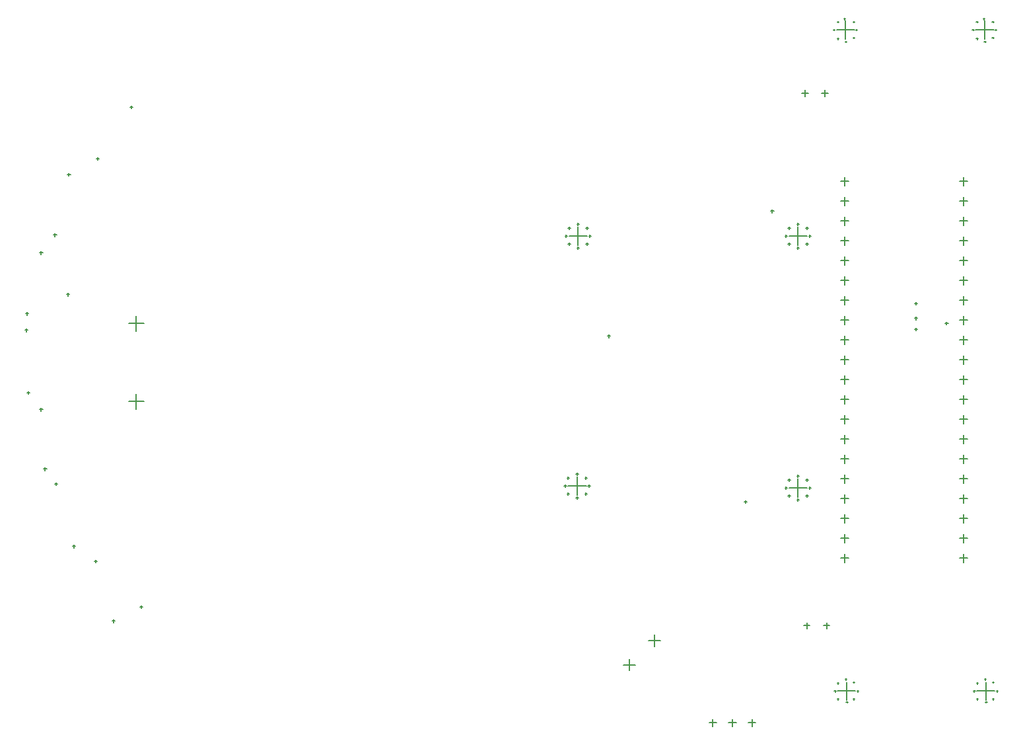
<source format=gbr>
G04*
G04 #@! TF.GenerationSoftware,Altium Limited,Altium Designer,25.5.2 (35)*
G04*
G04 Layer_Color=128*
%FSLAX25Y25*%
%MOIN*%
G70*
G04*
G04 #@! TF.SameCoordinates,3A6C04F0-8456-4D88-A865-9B6E00D0E649*
G04*
G04*
G04 #@! TF.FilePolarity,Positive*
G04*
G01*
G75*
%ADD14C,0.00500*%
D14*
X499181Y30000D02*
X508236D01*
X503709Y25472D02*
Y34528D01*
X503106Y36000D02*
X503894D01*
X503500Y35606D02*
Y36394D01*
X507106Y34500D02*
X507894D01*
X507500Y34106D02*
Y34894D01*
X499106Y34000D02*
X499894D01*
X499500Y33606D02*
Y34394D01*
X509126Y30000D02*
X509913D01*
X509520Y29606D02*
Y30394D01*
X503606Y24500D02*
X504394D01*
X504000Y24106D02*
Y24894D01*
X499106Y26000D02*
X499894D01*
X499500Y25606D02*
Y26394D01*
X507106Y26000D02*
X507894D01*
X507500Y25606D02*
Y26394D01*
X497606Y30000D02*
X498394D01*
X498000Y29606D02*
Y30394D01*
X428890Y30000D02*
X437945D01*
X433417Y25472D02*
Y34528D01*
X432815Y36000D02*
X433602D01*
X433209Y35606D02*
Y36394D01*
X436815Y34500D02*
X437602D01*
X437209Y34106D02*
Y34894D01*
X428815Y34000D02*
X429602D01*
X429209Y33606D02*
Y34394D01*
X438835Y30000D02*
X439622D01*
X439228Y29606D02*
Y30394D01*
X433315Y24500D02*
X434102D01*
X433709Y24106D02*
Y24894D01*
X428815Y26000D02*
X429602D01*
X429209Y25606D02*
Y26394D01*
X436815Y26000D02*
X437602D01*
X437209Y25606D02*
Y26394D01*
X427315Y30000D02*
X428102D01*
X427709Y29606D02*
Y30394D01*
X333547Y55500D02*
X339453D01*
X336500Y52547D02*
Y58453D01*
X320810Y43322D02*
X326715D01*
X323762Y40369D02*
Y46274D01*
X71063Y215370D02*
X78937D01*
X75000Y211433D02*
Y219307D01*
X428354Y363500D02*
X437409D01*
X432882Y358972D02*
Y368028D01*
X432697Y357500D02*
X433484D01*
X433091Y357106D02*
Y357894D01*
X428697Y359000D02*
X429484D01*
X429091Y358606D02*
Y359394D01*
X436697Y359500D02*
X437484D01*
X437091Y359106D02*
Y359894D01*
X426677Y363500D02*
X427464D01*
X427071Y363106D02*
Y363894D01*
X432197Y369000D02*
X432984D01*
X432591Y368606D02*
Y369394D01*
X436697Y367500D02*
X437484D01*
X437091Y367106D02*
Y367894D01*
X428697Y367500D02*
X429484D01*
X429091Y367106D02*
Y367894D01*
X438197Y363500D02*
X438984D01*
X438591Y363106D02*
Y363894D01*
X498646Y363500D02*
X507701D01*
X503173Y358972D02*
Y368028D01*
X502988Y357500D02*
X503776D01*
X503382Y357106D02*
Y357894D01*
X498988Y359000D02*
X499776D01*
X499382Y358606D02*
Y359394D01*
X506988Y359500D02*
X507775D01*
X507382Y359106D02*
Y359894D01*
X496969Y363500D02*
X497756D01*
X497362Y363106D02*
Y363894D01*
X502488Y369000D02*
X503275D01*
X502882Y368606D02*
Y369394D01*
X506988Y367500D02*
X507775D01*
X507382Y367106D02*
Y367894D01*
X498988Y367500D02*
X499776D01*
X499382Y367106D02*
Y367894D01*
X508488Y363500D02*
X509275D01*
X508882Y363106D02*
Y363894D01*
X71063Y176000D02*
X78937D01*
X75000Y172063D02*
Y179937D01*
X404472Y132500D02*
X413528D01*
X409000Y127972D02*
Y137028D01*
X292972Y133500D02*
X302028D01*
X297500Y128972D02*
Y138028D01*
X408410Y265500D02*
X409590D01*
X409000Y264910D02*
Y266090D01*
X414409Y259500D02*
X415590D01*
X415000Y258910D02*
Y260090D01*
X408410Y253500D02*
X409590D01*
X409000Y252909D02*
Y254090D01*
X412910Y263500D02*
X414090D01*
X413500Y262910D02*
Y264090D01*
X412910Y255500D02*
X414090D01*
X413500Y254909D02*
Y256090D01*
X403909Y255500D02*
X405091D01*
X404500Y254909D02*
Y256090D01*
X404472Y259500D02*
X413528D01*
X409000Y254972D02*
Y264028D01*
X402410Y259500D02*
X403590D01*
X403000Y258910D02*
Y260090D01*
X403909Y263500D02*
X405091D01*
X404500Y262910D02*
Y264090D01*
X408410Y138500D02*
X409590D01*
X409000Y137909D02*
Y139091D01*
X412910Y136500D02*
X414090D01*
X413500Y135909D02*
Y137091D01*
X303410Y259500D02*
X304591D01*
X304000Y258910D02*
Y260090D01*
X297410Y253500D02*
X298590D01*
X298000Y252909D02*
Y254090D01*
X301909Y263500D02*
X303091D01*
X302500Y262910D02*
Y264090D01*
X291409Y259500D02*
X292590D01*
X292000Y258910D02*
Y260090D01*
X292910Y263500D02*
X294091D01*
X293500Y262910D02*
Y264090D01*
X301909Y255500D02*
X303091D01*
X302500Y254909D02*
Y256090D01*
X292910Y255500D02*
X294091D01*
X293500Y254909D02*
Y256090D01*
X297410Y265500D02*
X298590D01*
X298000Y264910D02*
Y266090D01*
X293472Y259500D02*
X302528D01*
X298000Y254972D02*
Y264028D01*
X302909Y133500D02*
X304090D01*
X303500Y132909D02*
Y134091D01*
X296909Y127500D02*
X298091D01*
X297500Y126909D02*
Y128091D01*
X301410Y137500D02*
X302590D01*
X302000Y136909D02*
Y138091D01*
X290910Y133500D02*
X292091D01*
X291500Y132909D02*
Y134091D01*
X292409Y137500D02*
X293590D01*
X293000Y136909D02*
Y138091D01*
X301410Y129500D02*
X302590D01*
X302000Y128909D02*
Y130091D01*
X292409Y129500D02*
X293590D01*
X293000Y128909D02*
Y130091D01*
X296909Y139500D02*
X298091D01*
X297500Y138909D02*
Y140091D01*
X414409Y132500D02*
X415590D01*
X415000Y131909D02*
Y133091D01*
X408410Y126500D02*
X409590D01*
X409000Y125909D02*
Y127091D01*
X402410Y132500D02*
X403590D01*
X403000Y131909D02*
Y133091D01*
X403909Y136500D02*
X405091D01*
X404500Y135909D02*
Y137091D01*
X412910Y128500D02*
X414090D01*
X413500Y127909D02*
Y129091D01*
X403909Y128500D02*
X405091D01*
X404500Y127909D02*
Y129091D01*
X490492Y97000D02*
X494508D01*
X492500Y94992D02*
Y99008D01*
X490492Y107000D02*
X494508D01*
X492500Y104992D02*
Y109008D01*
X490492Y117000D02*
X494508D01*
X492500Y114992D02*
Y119008D01*
X490492Y127000D02*
X494508D01*
X492500Y124992D02*
Y129008D01*
X490492Y137000D02*
X494508D01*
X492500Y134992D02*
Y139008D01*
X490492Y147000D02*
X494508D01*
X492500Y144992D02*
Y149008D01*
X490492Y157000D02*
X494508D01*
X492500Y154992D02*
Y159008D01*
X490492Y167000D02*
X494508D01*
X492500Y164992D02*
Y169008D01*
X490492Y177000D02*
X494508D01*
X492500Y174992D02*
Y179008D01*
X490492Y187000D02*
X494508D01*
X492500Y184992D02*
Y189008D01*
X490492Y197000D02*
X494508D01*
X492500Y194992D02*
Y199008D01*
X490492Y207000D02*
X494508D01*
X492500Y204992D02*
Y209008D01*
X490492Y217000D02*
X494508D01*
X492500Y214992D02*
Y219008D01*
X490492Y227000D02*
X494508D01*
X492500Y224992D02*
Y229008D01*
X490492Y237000D02*
X494508D01*
X492500Y234992D02*
Y239008D01*
X490492Y247000D02*
X494508D01*
X492500Y244992D02*
Y249008D01*
X490492Y257000D02*
X494508D01*
X492500Y254992D02*
Y259008D01*
X490492Y267000D02*
X494508D01*
X492500Y264992D02*
Y269008D01*
X490492Y277000D02*
X494508D01*
X492500Y274992D02*
Y279008D01*
X490492Y287000D02*
X494508D01*
X492500Y284992D02*
Y289008D01*
X430492Y107000D02*
X434508D01*
X432500Y104992D02*
Y109008D01*
X430492Y117000D02*
X434508D01*
X432500Y114992D02*
Y119008D01*
X430492Y127000D02*
X434508D01*
X432500Y124992D02*
Y129008D01*
X430492Y137000D02*
X434508D01*
X432500Y134992D02*
Y139008D01*
X430492Y147000D02*
X434508D01*
X432500Y144992D02*
Y149008D01*
X430492Y157000D02*
X434508D01*
X432500Y154992D02*
Y159008D01*
X430492Y167000D02*
X434508D01*
X432500Y164992D02*
Y169008D01*
X430492Y177000D02*
X434508D01*
X432500Y174992D02*
Y179008D01*
X430492Y217000D02*
X434508D01*
X432500Y214992D02*
Y219008D01*
X430492Y227000D02*
X434508D01*
X432500Y224992D02*
Y229008D01*
X430492Y257000D02*
X434508D01*
X432500Y254992D02*
Y259008D01*
X430492Y267000D02*
X434508D01*
X432500Y264992D02*
Y269008D01*
X430492Y277000D02*
X434508D01*
X432500Y274992D02*
Y279008D01*
X430492Y287000D02*
X434508D01*
X432500Y284992D02*
Y289008D01*
X430492Y207000D02*
X434508D01*
X432500Y204992D02*
Y209008D01*
X430492Y247000D02*
X434508D01*
X432500Y244992D02*
Y249008D01*
X430492Y187000D02*
X434508D01*
X432500Y184992D02*
Y189008D01*
X430492Y197000D02*
X434508D01*
X432500Y194992D02*
Y199008D01*
X430492Y97000D02*
X434508D01*
X432500Y94992D02*
Y99008D01*
X430492Y237000D02*
X434508D01*
X432500Y234992D02*
Y239008D01*
X373874Y14000D02*
X377811D01*
X375843Y12032D02*
Y15969D01*
X411811Y63000D02*
X414961D01*
X413386Y61425D02*
Y64575D01*
X421811Y63000D02*
X424961D01*
X423386Y61425D02*
Y64575D01*
X364032Y14000D02*
X367969D01*
X366000Y12032D02*
Y15969D01*
X383717Y14000D02*
X387653D01*
X385685Y12032D02*
Y15969D01*
X420925Y331500D02*
X424075D01*
X422500Y329925D02*
Y333075D01*
X410925Y331500D02*
X414075D01*
X412500Y329925D02*
Y333075D01*
X19038Y220338D02*
X20613D01*
X19826Y219550D02*
Y221125D01*
X18713Y212000D02*
X20287D01*
X19500Y211213D02*
Y212787D01*
X467713Y225500D02*
X469287D01*
X468500Y224713D02*
Y226287D01*
X467713Y218000D02*
X469287D01*
X468500Y217213D02*
Y218787D01*
X312713Y209000D02*
X314287D01*
X313500Y208213D02*
Y209787D01*
X53713Y95500D02*
X55287D01*
X54500Y94713D02*
Y96287D01*
X33713Y134500D02*
X35287D01*
X34500Y133713D02*
Y135287D01*
X26213Y172000D02*
X27787D01*
X27000Y171213D02*
Y172787D01*
X71713Y324500D02*
X73287D01*
X72500Y323713D02*
Y325287D01*
X40213Y290500D02*
X41787D01*
X41000Y289713D02*
Y291287D01*
X26213Y251000D02*
X27787D01*
X27000Y250213D02*
Y251787D01*
X62713Y65335D02*
X64287D01*
X63500Y64547D02*
Y66122D01*
X76713Y72500D02*
X78287D01*
X77500Y71713D02*
Y73287D01*
X42713Y103000D02*
X44287D01*
X43500Y102213D02*
Y103787D01*
X28213Y142000D02*
X29787D01*
X29000Y141213D02*
Y142787D01*
X19713Y180500D02*
X21287D01*
X20500Y179713D02*
Y181287D01*
X483213Y215500D02*
X484787D01*
X484000Y214713D02*
Y216287D01*
X467713Y212500D02*
X469287D01*
X468500Y211713D02*
Y213287D01*
X33213Y260000D02*
X34787D01*
X34000Y259213D02*
Y260787D01*
X54713Y298500D02*
X56287D01*
X55500Y297713D02*
Y299287D01*
X39713Y230000D02*
X41287D01*
X40500Y229213D02*
Y230787D01*
X395213Y272000D02*
X396787D01*
X396000Y271213D02*
Y272787D01*
X381713Y125500D02*
X383287D01*
X382500Y124713D02*
Y126287D01*
M02*

</source>
